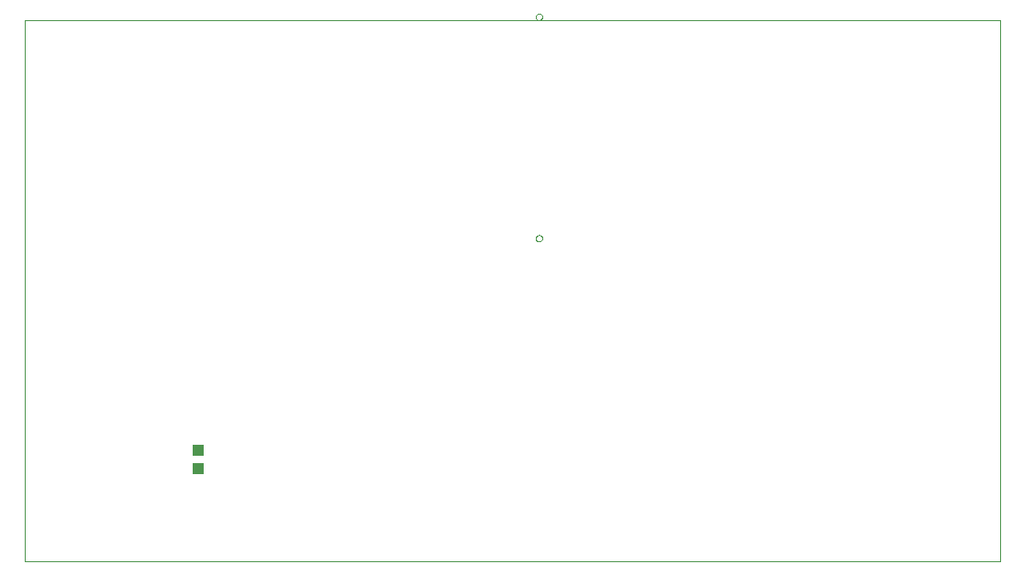
<source format=gbp>
G75*
%MOIN*%
%OFA0B0*%
%FSLAX24Y24*%
%IPPOS*%
%LPD*%
%AMOC8*
5,1,8,0,0,1.08239X$1,22.5*
%
%ADD10C,0.0000*%
%ADD11R,0.0425X0.0413*%
D10*
X000280Y001107D02*
X035713Y001107D01*
X035713Y001157D02*
X035713Y020792D01*
X000280Y020792D01*
X000280Y001107D01*
X018858Y012845D02*
X018860Y012866D01*
X018866Y012886D01*
X018875Y012906D01*
X018887Y012923D01*
X018902Y012937D01*
X018920Y012949D01*
X018940Y012957D01*
X018960Y012962D01*
X018981Y012963D01*
X019002Y012960D01*
X019022Y012954D01*
X019041Y012943D01*
X019058Y012930D01*
X019071Y012914D01*
X019082Y012896D01*
X019090Y012876D01*
X019094Y012856D01*
X019094Y012834D01*
X019090Y012814D01*
X019082Y012794D01*
X019071Y012776D01*
X019058Y012760D01*
X019041Y012747D01*
X019022Y012736D01*
X019002Y012730D01*
X018981Y012727D01*
X018960Y012728D01*
X018940Y012733D01*
X018920Y012741D01*
X018902Y012753D01*
X018887Y012767D01*
X018875Y012784D01*
X018866Y012804D01*
X018860Y012824D01*
X018858Y012845D01*
X018858Y020896D02*
X018860Y020917D01*
X018866Y020937D01*
X018875Y020957D01*
X018887Y020974D01*
X018902Y020988D01*
X018920Y021000D01*
X018940Y021008D01*
X018960Y021013D01*
X018981Y021014D01*
X019002Y021011D01*
X019022Y021005D01*
X019041Y020994D01*
X019058Y020981D01*
X019071Y020965D01*
X019082Y020947D01*
X019090Y020927D01*
X019094Y020907D01*
X019094Y020885D01*
X019090Y020865D01*
X019082Y020845D01*
X019071Y020827D01*
X019058Y020811D01*
X019041Y020798D01*
X019022Y020787D01*
X019002Y020781D01*
X018981Y020778D01*
X018960Y020779D01*
X018940Y020784D01*
X018920Y020792D01*
X018902Y020804D01*
X018887Y020818D01*
X018875Y020835D01*
X018866Y020855D01*
X018860Y020875D01*
X018858Y020896D01*
D11*
X006580Y005151D03*
X006580Y004462D03*
M02*

</source>
